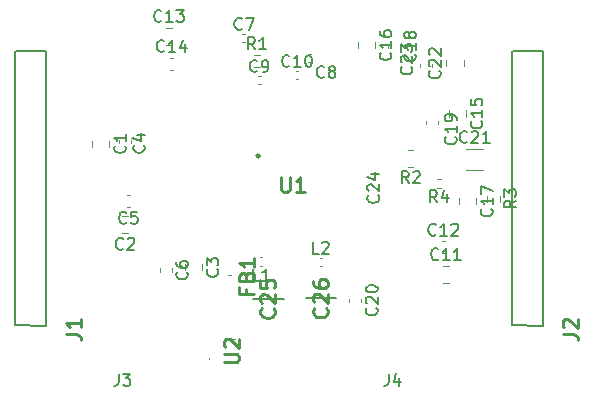
<source format=gbr>
%TF.GenerationSoftware,KiCad,Pcbnew,(6.0.9)*%
%TF.CreationDate,2023-11-09T09:33:38+01:00*%
%TF.ProjectId,LO_daughter,4c4f5f64-6175-4676-9874-65722e6b6963,rev?*%
%TF.SameCoordinates,Original*%
%TF.FileFunction,Legend,Top*%
%TF.FilePolarity,Positive*%
%FSLAX46Y46*%
G04 Gerber Fmt 4.6, Leading zero omitted, Abs format (unit mm)*
G04 Created by KiCad (PCBNEW (6.0.9)) date 2023-11-09 09:33:38*
%MOMM*%
%LPD*%
G01*
G04 APERTURE LIST*
%ADD10C,0.150000*%
%ADD11C,0.254000*%
%ADD12C,0.120000*%
%ADD13C,0.100000*%
%ADD14C,0.200000*%
%ADD15C,0.050000*%
%ADD16C,0.250000*%
G04 APERTURE END LIST*
D10*
%TO.C,R3*%
X172692380Y-70446666D02*
X172216190Y-70780000D01*
X172692380Y-71018095D02*
X171692380Y-71018095D01*
X171692380Y-70637142D01*
X171740000Y-70541904D01*
X171787619Y-70494285D01*
X171882857Y-70446666D01*
X172025714Y-70446666D01*
X172120952Y-70494285D01*
X172168571Y-70541904D01*
X172216190Y-70637142D01*
X172216190Y-71018095D01*
X171692380Y-70113333D02*
X171692380Y-69494285D01*
X172073333Y-69827619D01*
X172073333Y-69684761D01*
X172120952Y-69589523D01*
X172168571Y-69541904D01*
X172263809Y-69494285D01*
X172501904Y-69494285D01*
X172597142Y-69541904D01*
X172644761Y-69589523D01*
X172692380Y-69684761D01*
X172692380Y-69970476D01*
X172644761Y-70065714D01*
X172597142Y-70113333D01*
D11*
%TO.C,U2*%
X147964523Y-84137619D02*
X148992619Y-84137619D01*
X149113571Y-84077142D01*
X149174047Y-84016666D01*
X149234523Y-83895714D01*
X149234523Y-83653809D01*
X149174047Y-83532857D01*
X149113571Y-83472380D01*
X148992619Y-83411904D01*
X147964523Y-83411904D01*
X148085476Y-82867619D02*
X148025000Y-82807142D01*
X147964523Y-82686190D01*
X147964523Y-82383809D01*
X148025000Y-82262857D01*
X148085476Y-82202380D01*
X148206428Y-82141904D01*
X148327380Y-82141904D01*
X148508809Y-82202380D01*
X149234523Y-82928095D01*
X149234523Y-82141904D01*
D10*
%TO.C,C4*%
X141174642Y-65769166D02*
X141222261Y-65816785D01*
X141269880Y-65959642D01*
X141269880Y-66054880D01*
X141222261Y-66197738D01*
X141127023Y-66292976D01*
X141031785Y-66340595D01*
X140841309Y-66388214D01*
X140698452Y-66388214D01*
X140507976Y-66340595D01*
X140412738Y-66292976D01*
X140317500Y-66197738D01*
X140269880Y-66054880D01*
X140269880Y-65959642D01*
X140317500Y-65816785D01*
X140365119Y-65769166D01*
X140603214Y-64912023D02*
X141269880Y-64912023D01*
X140222261Y-65150119D02*
X140936547Y-65388214D01*
X140936547Y-64769166D01*
D11*
%TO.C,C26*%
X156653571Y-79546428D02*
X156714047Y-79606904D01*
X156774523Y-79788333D01*
X156774523Y-79909285D01*
X156714047Y-80090714D01*
X156593095Y-80211666D01*
X156472142Y-80272142D01*
X156230238Y-80332619D01*
X156048809Y-80332619D01*
X155806904Y-80272142D01*
X155685952Y-80211666D01*
X155565000Y-80090714D01*
X155504523Y-79909285D01*
X155504523Y-79788333D01*
X155565000Y-79606904D01*
X155625476Y-79546428D01*
X155625476Y-79062619D02*
X155565000Y-79002142D01*
X155504523Y-78881190D01*
X155504523Y-78578809D01*
X155565000Y-78457857D01*
X155625476Y-78397380D01*
X155746428Y-78336904D01*
X155867380Y-78336904D01*
X156048809Y-78397380D01*
X156774523Y-79123095D01*
X156774523Y-78336904D01*
X155504523Y-77248333D02*
X155504523Y-77490238D01*
X155565000Y-77611190D01*
X155625476Y-77671666D01*
X155806904Y-77792619D01*
X156048809Y-77853095D01*
X156532619Y-77853095D01*
X156653571Y-77792619D01*
X156714047Y-77732142D01*
X156774523Y-77611190D01*
X156774523Y-77369285D01*
X156714047Y-77248333D01*
X156653571Y-77187857D01*
X156532619Y-77127380D01*
X156230238Y-77127380D01*
X156109285Y-77187857D01*
X156048809Y-77248333D01*
X155988333Y-77369285D01*
X155988333Y-77611190D01*
X156048809Y-77732142D01*
X156109285Y-77792619D01*
X156230238Y-77853095D01*
D10*
%TO.C,C2*%
X139445833Y-74517142D02*
X139398214Y-74564761D01*
X139255357Y-74612380D01*
X139160119Y-74612380D01*
X139017261Y-74564761D01*
X138922023Y-74469523D01*
X138874404Y-74374285D01*
X138826785Y-74183809D01*
X138826785Y-74040952D01*
X138874404Y-73850476D01*
X138922023Y-73755238D01*
X139017261Y-73660000D01*
X139160119Y-73612380D01*
X139255357Y-73612380D01*
X139398214Y-73660000D01*
X139445833Y-73707619D01*
X139826785Y-73707619D02*
X139874404Y-73660000D01*
X139969642Y-73612380D01*
X140207738Y-73612380D01*
X140302976Y-73660000D01*
X140350595Y-73707619D01*
X140398214Y-73802857D01*
X140398214Y-73898095D01*
X140350595Y-74040952D01*
X139779166Y-74612380D01*
X140398214Y-74612380D01*
%TO.C,C24*%
X161027142Y-70012857D02*
X161074761Y-70060476D01*
X161122380Y-70203333D01*
X161122380Y-70298571D01*
X161074761Y-70441428D01*
X160979523Y-70536666D01*
X160884285Y-70584285D01*
X160693809Y-70631904D01*
X160550952Y-70631904D01*
X160360476Y-70584285D01*
X160265238Y-70536666D01*
X160170000Y-70441428D01*
X160122380Y-70298571D01*
X160122380Y-70203333D01*
X160170000Y-70060476D01*
X160217619Y-70012857D01*
X160217619Y-69631904D02*
X160170000Y-69584285D01*
X160122380Y-69489047D01*
X160122380Y-69250952D01*
X160170000Y-69155714D01*
X160217619Y-69108095D01*
X160312857Y-69060476D01*
X160408095Y-69060476D01*
X160550952Y-69108095D01*
X161122380Y-69679523D01*
X161122380Y-69060476D01*
X160455714Y-68203333D02*
X161122380Y-68203333D01*
X160074761Y-68441428D02*
X160789047Y-68679523D01*
X160789047Y-68060476D01*
%TO.C,C13*%
X142667142Y-55217142D02*
X142619523Y-55264761D01*
X142476666Y-55312380D01*
X142381428Y-55312380D01*
X142238571Y-55264761D01*
X142143333Y-55169523D01*
X142095714Y-55074285D01*
X142048095Y-54883809D01*
X142048095Y-54740952D01*
X142095714Y-54550476D01*
X142143333Y-54455238D01*
X142238571Y-54360000D01*
X142381428Y-54312380D01*
X142476666Y-54312380D01*
X142619523Y-54360000D01*
X142667142Y-54407619D01*
X143619523Y-55312380D02*
X143048095Y-55312380D01*
X143333809Y-55312380D02*
X143333809Y-54312380D01*
X143238571Y-54455238D01*
X143143333Y-54550476D01*
X143048095Y-54598095D01*
X143952857Y-54312380D02*
X144571904Y-54312380D01*
X144238571Y-54693333D01*
X144381428Y-54693333D01*
X144476666Y-54740952D01*
X144524285Y-54788571D01*
X144571904Y-54883809D01*
X144571904Y-55121904D01*
X144524285Y-55217142D01*
X144476666Y-55264761D01*
X144381428Y-55312380D01*
X144095714Y-55312380D01*
X144000476Y-55264761D01*
X143952857Y-55217142D01*
%TO.C,J3*%
X139046666Y-85122380D02*
X139046666Y-85836666D01*
X138999047Y-85979523D01*
X138903809Y-86074761D01*
X138760952Y-86122380D01*
X138665714Y-86122380D01*
X139427619Y-85122380D02*
X140046666Y-85122380D01*
X139713333Y-85503333D01*
X139856190Y-85503333D01*
X139951428Y-85550952D01*
X139999047Y-85598571D01*
X140046666Y-85693809D01*
X140046666Y-85931904D01*
X139999047Y-86027142D01*
X139951428Y-86074761D01*
X139856190Y-86122380D01*
X139570476Y-86122380D01*
X139475238Y-86074761D01*
X139427619Y-86027142D01*
D11*
%TO.C,C25*%
X152193571Y-79566428D02*
X152254047Y-79626904D01*
X152314523Y-79808333D01*
X152314523Y-79929285D01*
X152254047Y-80110714D01*
X152133095Y-80231666D01*
X152012142Y-80292142D01*
X151770238Y-80352619D01*
X151588809Y-80352619D01*
X151346904Y-80292142D01*
X151225952Y-80231666D01*
X151105000Y-80110714D01*
X151044523Y-79929285D01*
X151044523Y-79808333D01*
X151105000Y-79626904D01*
X151165476Y-79566428D01*
X151165476Y-79082619D02*
X151105000Y-79022142D01*
X151044523Y-78901190D01*
X151044523Y-78598809D01*
X151105000Y-78477857D01*
X151165476Y-78417380D01*
X151286428Y-78356904D01*
X151407380Y-78356904D01*
X151588809Y-78417380D01*
X152314523Y-79143095D01*
X152314523Y-78356904D01*
X151044523Y-77207857D02*
X151044523Y-77812619D01*
X151649285Y-77873095D01*
X151588809Y-77812619D01*
X151528333Y-77691666D01*
X151528333Y-77389285D01*
X151588809Y-77268333D01*
X151649285Y-77207857D01*
X151770238Y-77147380D01*
X152072619Y-77147380D01*
X152193571Y-77207857D01*
X152254047Y-77268333D01*
X152314523Y-77389285D01*
X152314523Y-77691666D01*
X152254047Y-77812619D01*
X152193571Y-77873095D01*
D10*
%TO.C,C11*%
X166127142Y-75397142D02*
X166079523Y-75444761D01*
X165936666Y-75492380D01*
X165841428Y-75492380D01*
X165698571Y-75444761D01*
X165603333Y-75349523D01*
X165555714Y-75254285D01*
X165508095Y-75063809D01*
X165508095Y-74920952D01*
X165555714Y-74730476D01*
X165603333Y-74635238D01*
X165698571Y-74540000D01*
X165841428Y-74492380D01*
X165936666Y-74492380D01*
X166079523Y-74540000D01*
X166127142Y-74587619D01*
X167079523Y-75492380D02*
X166508095Y-75492380D01*
X166793809Y-75492380D02*
X166793809Y-74492380D01*
X166698571Y-74635238D01*
X166603333Y-74730476D01*
X166508095Y-74778095D01*
X168031904Y-75492380D02*
X167460476Y-75492380D01*
X167746190Y-75492380D02*
X167746190Y-74492380D01*
X167650952Y-74635238D01*
X167555714Y-74730476D01*
X167460476Y-74778095D01*
%TO.C,L1*%
X150943333Y-77242380D02*
X150467142Y-77242380D01*
X150467142Y-76242380D01*
X151800476Y-77242380D02*
X151229047Y-77242380D01*
X151514761Y-77242380D02*
X151514761Y-76242380D01*
X151419523Y-76385238D01*
X151324285Y-76480476D01*
X151229047Y-76528095D01*
%TO.C,C3*%
X147417142Y-76266666D02*
X147464761Y-76314285D01*
X147512380Y-76457142D01*
X147512380Y-76552380D01*
X147464761Y-76695238D01*
X147369523Y-76790476D01*
X147274285Y-76838095D01*
X147083809Y-76885714D01*
X146940952Y-76885714D01*
X146750476Y-76838095D01*
X146655238Y-76790476D01*
X146560000Y-76695238D01*
X146512380Y-76552380D01*
X146512380Y-76457142D01*
X146560000Y-76314285D01*
X146607619Y-76266666D01*
X146512380Y-75933333D02*
X146512380Y-75314285D01*
X146893333Y-75647619D01*
X146893333Y-75504761D01*
X146940952Y-75409523D01*
X146988571Y-75361904D01*
X147083809Y-75314285D01*
X147321904Y-75314285D01*
X147417142Y-75361904D01*
X147464761Y-75409523D01*
X147512380Y-75504761D01*
X147512380Y-75790476D01*
X147464761Y-75885714D01*
X147417142Y-75933333D01*
%TO.C,C14*%
X142907142Y-57777142D02*
X142859523Y-57824761D01*
X142716666Y-57872380D01*
X142621428Y-57872380D01*
X142478571Y-57824761D01*
X142383333Y-57729523D01*
X142335714Y-57634285D01*
X142288095Y-57443809D01*
X142288095Y-57300952D01*
X142335714Y-57110476D01*
X142383333Y-57015238D01*
X142478571Y-56920000D01*
X142621428Y-56872380D01*
X142716666Y-56872380D01*
X142859523Y-56920000D01*
X142907142Y-56967619D01*
X143859523Y-57872380D02*
X143288095Y-57872380D01*
X143573809Y-57872380D02*
X143573809Y-56872380D01*
X143478571Y-57015238D01*
X143383333Y-57110476D01*
X143288095Y-57158095D01*
X144716666Y-57205714D02*
X144716666Y-57872380D01*
X144478571Y-56824761D02*
X144240476Y-57539047D01*
X144859523Y-57539047D01*
%TO.C,R1*%
X150583333Y-57632380D02*
X150250000Y-57156190D01*
X150011904Y-57632380D02*
X150011904Y-56632380D01*
X150392857Y-56632380D01*
X150488095Y-56680000D01*
X150535714Y-56727619D01*
X150583333Y-56822857D01*
X150583333Y-56965714D01*
X150535714Y-57060952D01*
X150488095Y-57108571D01*
X150392857Y-57156190D01*
X150011904Y-57156190D01*
X151535714Y-57632380D02*
X150964285Y-57632380D01*
X151250000Y-57632380D02*
X151250000Y-56632380D01*
X151154761Y-56775238D01*
X151059523Y-56870476D01*
X150964285Y-56918095D01*
%TO.C,C1*%
X139574642Y-65799166D02*
X139622261Y-65846785D01*
X139669880Y-65989642D01*
X139669880Y-66084880D01*
X139622261Y-66227738D01*
X139527023Y-66322976D01*
X139431785Y-66370595D01*
X139241309Y-66418214D01*
X139098452Y-66418214D01*
X138907976Y-66370595D01*
X138812738Y-66322976D01*
X138717500Y-66227738D01*
X138669880Y-66084880D01*
X138669880Y-65989642D01*
X138717500Y-65846785D01*
X138765119Y-65799166D01*
X139669880Y-64846785D02*
X139669880Y-65418214D01*
X139669880Y-65132500D02*
X138669880Y-65132500D01*
X138812738Y-65227738D01*
X138907976Y-65322976D01*
X138955595Y-65418214D01*
%TO.C,C6*%
X144817142Y-76504166D02*
X144864761Y-76551785D01*
X144912380Y-76694642D01*
X144912380Y-76789880D01*
X144864761Y-76932738D01*
X144769523Y-77027976D01*
X144674285Y-77075595D01*
X144483809Y-77123214D01*
X144340952Y-77123214D01*
X144150476Y-77075595D01*
X144055238Y-77027976D01*
X143960000Y-76932738D01*
X143912380Y-76789880D01*
X143912380Y-76694642D01*
X143960000Y-76551785D01*
X144007619Y-76504166D01*
X143912380Y-75647023D02*
X143912380Y-75837500D01*
X143960000Y-75932738D01*
X144007619Y-75980357D01*
X144150476Y-76075595D01*
X144340952Y-76123214D01*
X144721904Y-76123214D01*
X144817142Y-76075595D01*
X144864761Y-76027976D01*
X144912380Y-75932738D01*
X144912380Y-75742261D01*
X144864761Y-75647023D01*
X144817142Y-75599404D01*
X144721904Y-75551785D01*
X144483809Y-75551785D01*
X144388571Y-75599404D01*
X144340952Y-75647023D01*
X144293333Y-75742261D01*
X144293333Y-75932738D01*
X144340952Y-76027976D01*
X144388571Y-76075595D01*
X144483809Y-76123214D01*
D11*
%TO.C,FB1*%
X149879285Y-77938333D02*
X149879285Y-78361666D01*
X150544523Y-78361666D02*
X149274523Y-78361666D01*
X149274523Y-77756904D01*
X149879285Y-76849761D02*
X149939761Y-76668333D01*
X150000238Y-76607857D01*
X150121190Y-76547380D01*
X150302619Y-76547380D01*
X150423571Y-76607857D01*
X150484047Y-76668333D01*
X150544523Y-76789285D01*
X150544523Y-77273095D01*
X149274523Y-77273095D01*
X149274523Y-76849761D01*
X149335000Y-76728809D01*
X149395476Y-76668333D01*
X149516428Y-76607857D01*
X149637380Y-76607857D01*
X149758333Y-76668333D01*
X149818809Y-76728809D01*
X149879285Y-76849761D01*
X149879285Y-77273095D01*
X150544523Y-75337857D02*
X150544523Y-76063571D01*
X150544523Y-75700714D02*
X149274523Y-75700714D01*
X149455952Y-75821666D01*
X149576904Y-75942619D01*
X149637380Y-76063571D01*
D10*
%TO.C,C21*%
X168567142Y-65467142D02*
X168519523Y-65514761D01*
X168376666Y-65562380D01*
X168281428Y-65562380D01*
X168138571Y-65514761D01*
X168043333Y-65419523D01*
X167995714Y-65324285D01*
X167948095Y-65133809D01*
X167948095Y-64990952D01*
X167995714Y-64800476D01*
X168043333Y-64705238D01*
X168138571Y-64610000D01*
X168281428Y-64562380D01*
X168376666Y-64562380D01*
X168519523Y-64610000D01*
X168567142Y-64657619D01*
X168948095Y-64657619D02*
X168995714Y-64610000D01*
X169090952Y-64562380D01*
X169329047Y-64562380D01*
X169424285Y-64610000D01*
X169471904Y-64657619D01*
X169519523Y-64752857D01*
X169519523Y-64848095D01*
X169471904Y-64990952D01*
X168900476Y-65562380D01*
X169519523Y-65562380D01*
X170471904Y-65562380D02*
X169900476Y-65562380D01*
X170186190Y-65562380D02*
X170186190Y-64562380D01*
X170090952Y-64705238D01*
X169995714Y-64800476D01*
X169900476Y-64848095D01*
%TO.C,L2*%
X156013333Y-74932380D02*
X155537142Y-74932380D01*
X155537142Y-73932380D01*
X156299047Y-74027619D02*
X156346666Y-73980000D01*
X156441904Y-73932380D01*
X156680000Y-73932380D01*
X156775238Y-73980000D01*
X156822857Y-74027619D01*
X156870476Y-74122857D01*
X156870476Y-74218095D01*
X156822857Y-74360952D01*
X156251428Y-74932380D01*
X156870476Y-74932380D01*
%TO.C,R4*%
X166013333Y-70592380D02*
X165680000Y-70116190D01*
X165441904Y-70592380D02*
X165441904Y-69592380D01*
X165822857Y-69592380D01*
X165918095Y-69640000D01*
X165965714Y-69687619D01*
X166013333Y-69782857D01*
X166013333Y-69925714D01*
X165965714Y-70020952D01*
X165918095Y-70068571D01*
X165822857Y-70116190D01*
X165441904Y-70116190D01*
X166870476Y-69925714D02*
X166870476Y-70592380D01*
X166632380Y-69544761D02*
X166394285Y-70259047D01*
X167013333Y-70259047D01*
%TO.C,C5*%
X139715833Y-72307142D02*
X139668214Y-72354761D01*
X139525357Y-72402380D01*
X139430119Y-72402380D01*
X139287261Y-72354761D01*
X139192023Y-72259523D01*
X139144404Y-72164285D01*
X139096785Y-71973809D01*
X139096785Y-71830952D01*
X139144404Y-71640476D01*
X139192023Y-71545238D01*
X139287261Y-71450000D01*
X139430119Y-71402380D01*
X139525357Y-71402380D01*
X139668214Y-71450000D01*
X139715833Y-71497619D01*
X140620595Y-71402380D02*
X140144404Y-71402380D01*
X140096785Y-71878571D01*
X140144404Y-71830952D01*
X140239642Y-71783333D01*
X140477738Y-71783333D01*
X140572976Y-71830952D01*
X140620595Y-71878571D01*
X140668214Y-71973809D01*
X140668214Y-72211904D01*
X140620595Y-72307142D01*
X140572976Y-72354761D01*
X140477738Y-72402380D01*
X140239642Y-72402380D01*
X140144404Y-72354761D01*
X140096785Y-72307142D01*
%TO.C,C19*%
X167577142Y-65052857D02*
X167624761Y-65100476D01*
X167672380Y-65243333D01*
X167672380Y-65338571D01*
X167624761Y-65481428D01*
X167529523Y-65576666D01*
X167434285Y-65624285D01*
X167243809Y-65671904D01*
X167100952Y-65671904D01*
X166910476Y-65624285D01*
X166815238Y-65576666D01*
X166720000Y-65481428D01*
X166672380Y-65338571D01*
X166672380Y-65243333D01*
X166720000Y-65100476D01*
X166767619Y-65052857D01*
X167672380Y-64100476D02*
X167672380Y-64671904D01*
X167672380Y-64386190D02*
X166672380Y-64386190D01*
X166815238Y-64481428D01*
X166910476Y-64576666D01*
X166958095Y-64671904D01*
X167672380Y-63624285D02*
X167672380Y-63433809D01*
X167624761Y-63338571D01*
X167577142Y-63290952D01*
X167434285Y-63195714D01*
X167243809Y-63148095D01*
X166862857Y-63148095D01*
X166767619Y-63195714D01*
X166720000Y-63243333D01*
X166672380Y-63338571D01*
X166672380Y-63529047D01*
X166720000Y-63624285D01*
X166767619Y-63671904D01*
X166862857Y-63719523D01*
X167100952Y-63719523D01*
X167196190Y-63671904D01*
X167243809Y-63624285D01*
X167291428Y-63529047D01*
X167291428Y-63338571D01*
X167243809Y-63243333D01*
X167196190Y-63195714D01*
X167100952Y-63148095D01*
%TO.C,C16*%
X162057142Y-57932857D02*
X162104761Y-57980476D01*
X162152380Y-58123333D01*
X162152380Y-58218571D01*
X162104761Y-58361428D01*
X162009523Y-58456666D01*
X161914285Y-58504285D01*
X161723809Y-58551904D01*
X161580952Y-58551904D01*
X161390476Y-58504285D01*
X161295238Y-58456666D01*
X161200000Y-58361428D01*
X161152380Y-58218571D01*
X161152380Y-58123333D01*
X161200000Y-57980476D01*
X161247619Y-57932857D01*
X162152380Y-56980476D02*
X162152380Y-57551904D01*
X162152380Y-57266190D02*
X161152380Y-57266190D01*
X161295238Y-57361428D01*
X161390476Y-57456666D01*
X161438095Y-57551904D01*
X161152380Y-56123333D02*
X161152380Y-56313809D01*
X161200000Y-56409047D01*
X161247619Y-56456666D01*
X161390476Y-56551904D01*
X161580952Y-56599523D01*
X161961904Y-56599523D01*
X162057142Y-56551904D01*
X162104761Y-56504285D01*
X162152380Y-56409047D01*
X162152380Y-56218571D01*
X162104761Y-56123333D01*
X162057142Y-56075714D01*
X161961904Y-56028095D01*
X161723809Y-56028095D01*
X161628571Y-56075714D01*
X161580952Y-56123333D01*
X161533333Y-56218571D01*
X161533333Y-56409047D01*
X161580952Y-56504285D01*
X161628571Y-56551904D01*
X161723809Y-56599523D01*
%TO.C,C20*%
X160887142Y-79542857D02*
X160934761Y-79590476D01*
X160982380Y-79733333D01*
X160982380Y-79828571D01*
X160934761Y-79971428D01*
X160839523Y-80066666D01*
X160744285Y-80114285D01*
X160553809Y-80161904D01*
X160410952Y-80161904D01*
X160220476Y-80114285D01*
X160125238Y-80066666D01*
X160030000Y-79971428D01*
X159982380Y-79828571D01*
X159982380Y-79733333D01*
X160030000Y-79590476D01*
X160077619Y-79542857D01*
X160077619Y-79161904D02*
X160030000Y-79114285D01*
X159982380Y-79019047D01*
X159982380Y-78780952D01*
X160030000Y-78685714D01*
X160077619Y-78638095D01*
X160172857Y-78590476D01*
X160268095Y-78590476D01*
X160410952Y-78638095D01*
X160982380Y-79209523D01*
X160982380Y-78590476D01*
X159982380Y-77971428D02*
X159982380Y-77876190D01*
X160030000Y-77780952D01*
X160077619Y-77733333D01*
X160172857Y-77685714D01*
X160363333Y-77638095D01*
X160601428Y-77638095D01*
X160791904Y-77685714D01*
X160887142Y-77733333D01*
X160934761Y-77780952D01*
X160982380Y-77876190D01*
X160982380Y-77971428D01*
X160934761Y-78066666D01*
X160887142Y-78114285D01*
X160791904Y-78161904D01*
X160601428Y-78209523D01*
X160363333Y-78209523D01*
X160172857Y-78161904D01*
X160077619Y-78114285D01*
X160030000Y-78066666D01*
X159982380Y-77971428D01*
D11*
%TO.C,J2*%
X176644523Y-81735833D02*
X177551666Y-81735833D01*
X177733095Y-81796309D01*
X177854047Y-81917261D01*
X177914523Y-82098690D01*
X177914523Y-82219642D01*
X176765476Y-81191547D02*
X176705000Y-81131071D01*
X176644523Y-81010119D01*
X176644523Y-80707738D01*
X176705000Y-80586785D01*
X176765476Y-80526309D01*
X176886428Y-80465833D01*
X177007380Y-80465833D01*
X177188809Y-80526309D01*
X177914523Y-81252023D01*
X177914523Y-80465833D01*
D10*
%TO.C,J4*%
X161906666Y-85122380D02*
X161906666Y-85836666D01*
X161859047Y-85979523D01*
X161763809Y-86074761D01*
X161620952Y-86122380D01*
X161525714Y-86122380D01*
X162811428Y-85455714D02*
X162811428Y-86122380D01*
X162573333Y-85074761D02*
X162335238Y-85789047D01*
X162954285Y-85789047D01*
%TO.C,C12*%
X165907142Y-73317142D02*
X165859523Y-73364761D01*
X165716666Y-73412380D01*
X165621428Y-73412380D01*
X165478571Y-73364761D01*
X165383333Y-73269523D01*
X165335714Y-73174285D01*
X165288095Y-72983809D01*
X165288095Y-72840952D01*
X165335714Y-72650476D01*
X165383333Y-72555238D01*
X165478571Y-72460000D01*
X165621428Y-72412380D01*
X165716666Y-72412380D01*
X165859523Y-72460000D01*
X165907142Y-72507619D01*
X166859523Y-73412380D02*
X166288095Y-73412380D01*
X166573809Y-73412380D02*
X166573809Y-72412380D01*
X166478571Y-72555238D01*
X166383333Y-72650476D01*
X166288095Y-72698095D01*
X167240476Y-72507619D02*
X167288095Y-72460000D01*
X167383333Y-72412380D01*
X167621428Y-72412380D01*
X167716666Y-72460000D01*
X167764285Y-72507619D01*
X167811904Y-72602857D01*
X167811904Y-72698095D01*
X167764285Y-72840952D01*
X167192857Y-73412380D01*
X167811904Y-73412380D01*
%TO.C,C7*%
X149483333Y-55887142D02*
X149435714Y-55934761D01*
X149292857Y-55982380D01*
X149197619Y-55982380D01*
X149054761Y-55934761D01*
X148959523Y-55839523D01*
X148911904Y-55744285D01*
X148864285Y-55553809D01*
X148864285Y-55410952D01*
X148911904Y-55220476D01*
X148959523Y-55125238D01*
X149054761Y-55030000D01*
X149197619Y-54982380D01*
X149292857Y-54982380D01*
X149435714Y-55030000D01*
X149483333Y-55077619D01*
X149816666Y-54982380D02*
X150483333Y-54982380D01*
X150054761Y-55982380D01*
%TO.C,C8*%
X156463333Y-59957142D02*
X156415714Y-60004761D01*
X156272857Y-60052380D01*
X156177619Y-60052380D01*
X156034761Y-60004761D01*
X155939523Y-59909523D01*
X155891904Y-59814285D01*
X155844285Y-59623809D01*
X155844285Y-59480952D01*
X155891904Y-59290476D01*
X155939523Y-59195238D01*
X156034761Y-59100000D01*
X156177619Y-59052380D01*
X156272857Y-59052380D01*
X156415714Y-59100000D01*
X156463333Y-59147619D01*
X157034761Y-59480952D02*
X156939523Y-59433333D01*
X156891904Y-59385714D01*
X156844285Y-59290476D01*
X156844285Y-59242857D01*
X156891904Y-59147619D01*
X156939523Y-59100000D01*
X157034761Y-59052380D01*
X157225238Y-59052380D01*
X157320476Y-59100000D01*
X157368095Y-59147619D01*
X157415714Y-59242857D01*
X157415714Y-59290476D01*
X157368095Y-59385714D01*
X157320476Y-59433333D01*
X157225238Y-59480952D01*
X157034761Y-59480952D01*
X156939523Y-59528571D01*
X156891904Y-59576190D01*
X156844285Y-59671428D01*
X156844285Y-59861904D01*
X156891904Y-59957142D01*
X156939523Y-60004761D01*
X157034761Y-60052380D01*
X157225238Y-60052380D01*
X157320476Y-60004761D01*
X157368095Y-59957142D01*
X157415714Y-59861904D01*
X157415714Y-59671428D01*
X157368095Y-59576190D01*
X157320476Y-59528571D01*
X157225238Y-59480952D01*
D11*
%TO.C,U1*%
X152802380Y-68464523D02*
X152802380Y-69492619D01*
X152862857Y-69613571D01*
X152923333Y-69674047D01*
X153044285Y-69734523D01*
X153286190Y-69734523D01*
X153407142Y-69674047D01*
X153467619Y-69613571D01*
X153528095Y-69492619D01*
X153528095Y-68464523D01*
X154798095Y-69734523D02*
X154072380Y-69734523D01*
X154435238Y-69734523D02*
X154435238Y-68464523D01*
X154314285Y-68645952D01*
X154193333Y-68766904D01*
X154072380Y-68827380D01*
D10*
%TO.C,C10*%
X153507142Y-59027142D02*
X153459523Y-59074761D01*
X153316666Y-59122380D01*
X153221428Y-59122380D01*
X153078571Y-59074761D01*
X152983333Y-58979523D01*
X152935714Y-58884285D01*
X152888095Y-58693809D01*
X152888095Y-58550952D01*
X152935714Y-58360476D01*
X152983333Y-58265238D01*
X153078571Y-58170000D01*
X153221428Y-58122380D01*
X153316666Y-58122380D01*
X153459523Y-58170000D01*
X153507142Y-58217619D01*
X154459523Y-59122380D02*
X153888095Y-59122380D01*
X154173809Y-59122380D02*
X154173809Y-58122380D01*
X154078571Y-58265238D01*
X153983333Y-58360476D01*
X153888095Y-58408095D01*
X155078571Y-58122380D02*
X155173809Y-58122380D01*
X155269047Y-58170000D01*
X155316666Y-58217619D01*
X155364285Y-58312857D01*
X155411904Y-58503333D01*
X155411904Y-58741428D01*
X155364285Y-58931904D01*
X155316666Y-59027142D01*
X155269047Y-59074761D01*
X155173809Y-59122380D01*
X155078571Y-59122380D01*
X154983333Y-59074761D01*
X154935714Y-59027142D01*
X154888095Y-58931904D01*
X154840476Y-58741428D01*
X154840476Y-58503333D01*
X154888095Y-58312857D01*
X154935714Y-58217619D01*
X154983333Y-58170000D01*
X155078571Y-58122380D01*
%TO.C,C22*%
X166217142Y-59462857D02*
X166264761Y-59510476D01*
X166312380Y-59653333D01*
X166312380Y-59748571D01*
X166264761Y-59891428D01*
X166169523Y-59986666D01*
X166074285Y-60034285D01*
X165883809Y-60081904D01*
X165740952Y-60081904D01*
X165550476Y-60034285D01*
X165455238Y-59986666D01*
X165360000Y-59891428D01*
X165312380Y-59748571D01*
X165312380Y-59653333D01*
X165360000Y-59510476D01*
X165407619Y-59462857D01*
X165407619Y-59081904D02*
X165360000Y-59034285D01*
X165312380Y-58939047D01*
X165312380Y-58700952D01*
X165360000Y-58605714D01*
X165407619Y-58558095D01*
X165502857Y-58510476D01*
X165598095Y-58510476D01*
X165740952Y-58558095D01*
X166312380Y-59129523D01*
X166312380Y-58510476D01*
X165407619Y-58129523D02*
X165360000Y-58081904D01*
X165312380Y-57986666D01*
X165312380Y-57748571D01*
X165360000Y-57653333D01*
X165407619Y-57605714D01*
X165502857Y-57558095D01*
X165598095Y-57558095D01*
X165740952Y-57605714D01*
X166312380Y-58177142D01*
X166312380Y-57558095D01*
%TO.C,C18*%
X164137142Y-58042857D02*
X164184761Y-58090476D01*
X164232380Y-58233333D01*
X164232380Y-58328571D01*
X164184761Y-58471428D01*
X164089523Y-58566666D01*
X163994285Y-58614285D01*
X163803809Y-58661904D01*
X163660952Y-58661904D01*
X163470476Y-58614285D01*
X163375238Y-58566666D01*
X163280000Y-58471428D01*
X163232380Y-58328571D01*
X163232380Y-58233333D01*
X163280000Y-58090476D01*
X163327619Y-58042857D01*
X164232380Y-57090476D02*
X164232380Y-57661904D01*
X164232380Y-57376190D02*
X163232380Y-57376190D01*
X163375238Y-57471428D01*
X163470476Y-57566666D01*
X163518095Y-57661904D01*
X163660952Y-56519047D02*
X163613333Y-56614285D01*
X163565714Y-56661904D01*
X163470476Y-56709523D01*
X163422857Y-56709523D01*
X163327619Y-56661904D01*
X163280000Y-56614285D01*
X163232380Y-56519047D01*
X163232380Y-56328571D01*
X163280000Y-56233333D01*
X163327619Y-56185714D01*
X163422857Y-56138095D01*
X163470476Y-56138095D01*
X163565714Y-56185714D01*
X163613333Y-56233333D01*
X163660952Y-56328571D01*
X163660952Y-56519047D01*
X163708571Y-56614285D01*
X163756190Y-56661904D01*
X163851428Y-56709523D01*
X164041904Y-56709523D01*
X164137142Y-56661904D01*
X164184761Y-56614285D01*
X164232380Y-56519047D01*
X164232380Y-56328571D01*
X164184761Y-56233333D01*
X164137142Y-56185714D01*
X164041904Y-56138095D01*
X163851428Y-56138095D01*
X163756190Y-56185714D01*
X163708571Y-56233333D01*
X163660952Y-56328571D01*
%TO.C,C17*%
X170617142Y-71162857D02*
X170664761Y-71210476D01*
X170712380Y-71353333D01*
X170712380Y-71448571D01*
X170664761Y-71591428D01*
X170569523Y-71686666D01*
X170474285Y-71734285D01*
X170283809Y-71781904D01*
X170140952Y-71781904D01*
X169950476Y-71734285D01*
X169855238Y-71686666D01*
X169760000Y-71591428D01*
X169712380Y-71448571D01*
X169712380Y-71353333D01*
X169760000Y-71210476D01*
X169807619Y-71162857D01*
X170712380Y-70210476D02*
X170712380Y-70781904D01*
X170712380Y-70496190D02*
X169712380Y-70496190D01*
X169855238Y-70591428D01*
X169950476Y-70686666D01*
X169998095Y-70781904D01*
X169712380Y-69877142D02*
X169712380Y-69210476D01*
X170712380Y-69639047D01*
%TO.C,C15*%
X169767142Y-63722857D02*
X169814761Y-63770476D01*
X169862380Y-63913333D01*
X169862380Y-64008571D01*
X169814761Y-64151428D01*
X169719523Y-64246666D01*
X169624285Y-64294285D01*
X169433809Y-64341904D01*
X169290952Y-64341904D01*
X169100476Y-64294285D01*
X169005238Y-64246666D01*
X168910000Y-64151428D01*
X168862380Y-64008571D01*
X168862380Y-63913333D01*
X168910000Y-63770476D01*
X168957619Y-63722857D01*
X169862380Y-62770476D02*
X169862380Y-63341904D01*
X169862380Y-63056190D02*
X168862380Y-63056190D01*
X169005238Y-63151428D01*
X169100476Y-63246666D01*
X169148095Y-63341904D01*
X168862380Y-61865714D02*
X168862380Y-62341904D01*
X169338571Y-62389523D01*
X169290952Y-62341904D01*
X169243333Y-62246666D01*
X169243333Y-62008571D01*
X169290952Y-61913333D01*
X169338571Y-61865714D01*
X169433809Y-61818095D01*
X169671904Y-61818095D01*
X169767142Y-61865714D01*
X169814761Y-61913333D01*
X169862380Y-62008571D01*
X169862380Y-62246666D01*
X169814761Y-62341904D01*
X169767142Y-62389523D01*
%TO.C,R2*%
X163613333Y-68972380D02*
X163280000Y-68496190D01*
X163041904Y-68972380D02*
X163041904Y-67972380D01*
X163422857Y-67972380D01*
X163518095Y-68020000D01*
X163565714Y-68067619D01*
X163613333Y-68162857D01*
X163613333Y-68305714D01*
X163565714Y-68400952D01*
X163518095Y-68448571D01*
X163422857Y-68496190D01*
X163041904Y-68496190D01*
X163994285Y-68067619D02*
X164041904Y-68020000D01*
X164137142Y-67972380D01*
X164375238Y-67972380D01*
X164470476Y-68020000D01*
X164518095Y-68067619D01*
X164565714Y-68162857D01*
X164565714Y-68258095D01*
X164518095Y-68400952D01*
X163946666Y-68972380D01*
X164565714Y-68972380D01*
D11*
%TO.C,J1*%
X134564523Y-81735833D02*
X135471666Y-81735833D01*
X135653095Y-81796309D01*
X135774047Y-81917261D01*
X135834523Y-82098690D01*
X135834523Y-82219642D01*
X135834523Y-80465833D02*
X135834523Y-81191547D01*
X135834523Y-80828690D02*
X134564523Y-80828690D01*
X134745952Y-80949642D01*
X134866904Y-81070595D01*
X134927380Y-81191547D01*
D10*
%TO.C,C23*%
X163839642Y-59122857D02*
X163887261Y-59170476D01*
X163934880Y-59313333D01*
X163934880Y-59408571D01*
X163887261Y-59551428D01*
X163792023Y-59646666D01*
X163696785Y-59694285D01*
X163506309Y-59741904D01*
X163363452Y-59741904D01*
X163172976Y-59694285D01*
X163077738Y-59646666D01*
X162982500Y-59551428D01*
X162934880Y-59408571D01*
X162934880Y-59313333D01*
X162982500Y-59170476D01*
X163030119Y-59122857D01*
X163030119Y-58741904D02*
X162982500Y-58694285D01*
X162934880Y-58599047D01*
X162934880Y-58360952D01*
X162982500Y-58265714D01*
X163030119Y-58218095D01*
X163125357Y-58170476D01*
X163220595Y-58170476D01*
X163363452Y-58218095D01*
X163934880Y-58789523D01*
X163934880Y-58170476D01*
X162934880Y-57837142D02*
X162934880Y-57218095D01*
X163315833Y-57551428D01*
X163315833Y-57408571D01*
X163363452Y-57313333D01*
X163411071Y-57265714D01*
X163506309Y-57218095D01*
X163744404Y-57218095D01*
X163839642Y-57265714D01*
X163887261Y-57313333D01*
X163934880Y-57408571D01*
X163934880Y-57694285D01*
X163887261Y-57789523D01*
X163839642Y-57837142D01*
%TO.C,C9*%
X150793333Y-59457142D02*
X150745714Y-59504761D01*
X150602857Y-59552380D01*
X150507619Y-59552380D01*
X150364761Y-59504761D01*
X150269523Y-59409523D01*
X150221904Y-59314285D01*
X150174285Y-59123809D01*
X150174285Y-58980952D01*
X150221904Y-58790476D01*
X150269523Y-58695238D01*
X150364761Y-58600000D01*
X150507619Y-58552380D01*
X150602857Y-58552380D01*
X150745714Y-58600000D01*
X150793333Y-58647619D01*
X151269523Y-59552380D02*
X151460000Y-59552380D01*
X151555238Y-59504761D01*
X151602857Y-59457142D01*
X151698095Y-59314285D01*
X151745714Y-59123809D01*
X151745714Y-58742857D01*
X151698095Y-58647619D01*
X151650476Y-58600000D01*
X151555238Y-58552380D01*
X151364761Y-58552380D01*
X151269523Y-58600000D01*
X151221904Y-58647619D01*
X151174285Y-58742857D01*
X151174285Y-58980952D01*
X151221904Y-59076190D01*
X151269523Y-59123809D01*
X151364761Y-59171428D01*
X151555238Y-59171428D01*
X151650476Y-59123809D01*
X151698095Y-59076190D01*
X151745714Y-58980952D01*
D12*
%TO.C,R3*%
X170287500Y-70025276D02*
X170287500Y-70534724D01*
X171332500Y-70025276D02*
X171332500Y-70534724D01*
D13*
%TO.C,U2*%
X148920000Y-82170000D02*
X148720000Y-82170000D01*
X146720000Y-83770000D02*
X146720000Y-83770000D01*
X148820000Y-84170000D02*
X148720000Y-84170000D01*
X146720000Y-83870000D02*
X146720000Y-83870000D01*
X146720000Y-83770000D02*
G75*
G03*
X146720000Y-83870000I0J-50000D01*
G01*
X146720000Y-83870000D02*
G75*
G03*
X146720000Y-83770000I0J50000D01*
G01*
D12*
%TO.C,C4*%
X139067500Y-65316233D02*
X139067500Y-65608767D01*
X140087500Y-65316233D02*
X140087500Y-65608767D01*
D14*
%TO.C,C26*%
X157495000Y-78730000D02*
X154905000Y-78730000D01*
D12*
%TO.C,C2*%
X139873752Y-73215000D02*
X139351248Y-73215000D01*
X139873752Y-71745000D02*
X139351248Y-71745000D01*
%TO.C,C13*%
X143048748Y-55805000D02*
X143571252Y-55805000D01*
X143048748Y-57275000D02*
X143571252Y-57275000D01*
D14*
%TO.C,C25*%
X153035000Y-78750000D02*
X150445000Y-78750000D01*
D12*
%TO.C,C11*%
X166508748Y-77455000D02*
X167031252Y-77455000D01*
X166508748Y-75985000D02*
X167031252Y-75985000D01*
%TO.C,L1*%
X151210200Y-75980000D02*
X151009800Y-75980000D01*
X151210200Y-75260000D02*
X151009800Y-75260000D01*
%TO.C,C3*%
X144645000Y-75838748D02*
X144645000Y-76361252D01*
X146115000Y-75838748D02*
X146115000Y-76361252D01*
%TO.C,C14*%
X143403733Y-59360000D02*
X143696267Y-59360000D01*
X143403733Y-58340000D02*
X143696267Y-58340000D01*
%TO.C,R1*%
X150495276Y-59132500D02*
X151004724Y-59132500D01*
X150495276Y-58087500D02*
X151004724Y-58087500D01*
%TO.C,C1*%
X136802500Y-65371248D02*
X136802500Y-65893752D01*
X138272500Y-65371248D02*
X138272500Y-65893752D01*
%TO.C,C6*%
X142520000Y-76191233D02*
X142520000Y-76483767D01*
X143540000Y-76191233D02*
X143540000Y-76483767D01*
D15*
%TO.C,FB1*%
X148290000Y-76770000D02*
X148590000Y-76770000D01*
D12*
%TO.C,C21*%
X168498748Y-67870000D02*
X169921252Y-67870000D01*
X168498748Y-66050000D02*
X169921252Y-66050000D01*
%TO.C,L2*%
X156079800Y-75290000D02*
X156280200Y-75290000D01*
X156079800Y-76010000D02*
X156280200Y-76010000D01*
%TO.C,R4*%
X166347621Y-69350000D02*
X166012379Y-69350000D01*
X166347621Y-68590000D02*
X166012379Y-68590000D01*
%TO.C,C5*%
X140028767Y-70010000D02*
X139736233Y-70010000D01*
X140028767Y-71030000D02*
X139736233Y-71030000D01*
%TO.C,C19*%
X166100000Y-63713733D02*
X166100000Y-64006267D01*
X165080000Y-63713733D02*
X165080000Y-64006267D01*
%TO.C,C16*%
X159285000Y-57028748D02*
X159285000Y-57551252D01*
X160755000Y-57028748D02*
X160755000Y-57551252D01*
%TO.C,C20*%
X159610000Y-78753733D02*
X159610000Y-79046267D01*
X158590000Y-78753733D02*
X158590000Y-79046267D01*
D14*
%TO.C,J2*%
X172390000Y-57767500D02*
X172390000Y-81012500D01*
X174960000Y-81032500D02*
X175005000Y-57767500D01*
X175005000Y-57767500D02*
X172465000Y-57767500D01*
X172390000Y-81012500D02*
X174960000Y-81032500D01*
D12*
%TO.C,C12*%
X166403733Y-74900000D02*
X166696267Y-74900000D01*
X166403733Y-73880000D02*
X166696267Y-73880000D01*
%TO.C,C7*%
X149534165Y-57050000D02*
X149765835Y-57050000D01*
X149534165Y-56330000D02*
X149765835Y-56330000D01*
%TO.C,C8*%
X155325835Y-58760000D02*
X155094165Y-58760000D01*
X155325835Y-58040000D02*
X155094165Y-58040000D01*
D16*
%TO.C,U1*%
X150995000Y-66660000D02*
G75*
G03*
X150995000Y-66660000I-125000J0D01*
G01*
D12*
%TO.C,C10*%
X154034165Y-60190000D02*
X154265835Y-60190000D01*
X154034165Y-59470000D02*
X154265835Y-59470000D01*
%TO.C,C22*%
X166805000Y-59081252D02*
X166805000Y-58558748D01*
X168275000Y-59081252D02*
X168275000Y-58558748D01*
%TO.C,C18*%
X161840000Y-57253733D02*
X161840000Y-57546267D01*
X162860000Y-57253733D02*
X162860000Y-57546267D01*
%TO.C,C17*%
X169315000Y-70258748D02*
X169315000Y-70781252D01*
X167845000Y-70258748D02*
X167845000Y-70781252D01*
%TO.C,C15*%
X166995000Y-62818748D02*
X166995000Y-63341252D01*
X168465000Y-62818748D02*
X168465000Y-63341252D01*
%TO.C,R2*%
X164007064Y-67605000D02*
X163552936Y-67605000D01*
X164007064Y-66135000D02*
X163552936Y-66135000D01*
D14*
%TO.C,J1*%
X130310000Y-81012500D02*
X132880000Y-81032500D01*
X132880000Y-81032500D02*
X132925000Y-57767500D01*
X130310000Y-57767500D02*
X130310000Y-81012500D01*
X132925000Y-57767500D02*
X130385000Y-57767500D01*
D12*
%TO.C,C23*%
X164602500Y-59176267D02*
X164602500Y-58883733D01*
X165622500Y-59176267D02*
X165622500Y-58883733D01*
%TO.C,C9*%
X150844165Y-60620000D02*
X151075835Y-60620000D01*
X150844165Y-59900000D02*
X151075835Y-59900000D01*
%TD*%
M02*

</source>
